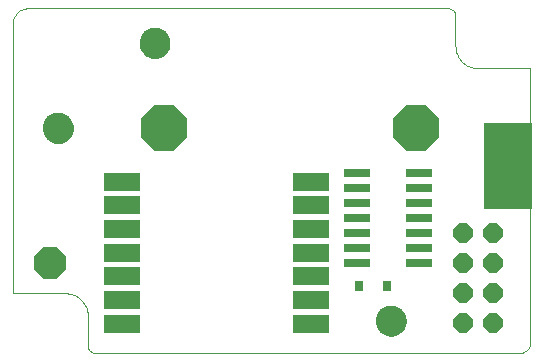
<source format=gbs>
G75*
%MOIN*%
%OFA0B0*%
%FSLAX24Y24*%
%IPPOS*%
%LPD*%
%AMOC8*
5,1,8,0,0,1.08239X$1,22.5*
%
%ADD10C,0.0000*%
%ADD11C,0.1024*%
%ADD12R,0.0910X0.0280*%
%ADD13OC8,0.1540*%
%ADD14R,0.1221X0.0631*%
%ADD15OC8,0.0640*%
%ADD16R,0.0288X0.0367*%
%ADD17OC8,0.1040*%
%ADD18R,0.1340X0.0640*%
%ADD19R,0.1600X0.2900*%
D10*
X002650Y001400D02*
X002648Y001454D01*
X002642Y001507D01*
X002633Y001559D01*
X002620Y001611D01*
X002603Y001662D01*
X002582Y001712D01*
X002558Y001759D01*
X002531Y001805D01*
X002500Y001849D01*
X002467Y001891D01*
X002430Y001930D01*
X002391Y001967D01*
X002349Y002000D01*
X002305Y002031D01*
X002259Y002058D01*
X002212Y002082D01*
X002162Y002103D01*
X002111Y002120D01*
X002059Y002133D01*
X002007Y002142D01*
X001954Y002148D01*
X001900Y002150D01*
X000150Y002150D01*
X000150Y011256D01*
X000150Y011150D02*
X000152Y011194D01*
X000158Y011237D01*
X000167Y011279D01*
X000180Y011321D01*
X000197Y011361D01*
X000217Y011400D01*
X000240Y011437D01*
X000267Y011471D01*
X000296Y011504D01*
X000329Y011533D01*
X000363Y011560D01*
X000400Y011583D01*
X000439Y011603D01*
X000479Y011620D01*
X000521Y011633D01*
X000563Y011642D01*
X000606Y011648D01*
X000650Y011650D01*
X014650Y011650D01*
X014680Y011648D01*
X014710Y011643D01*
X014739Y011634D01*
X014766Y011621D01*
X014792Y011606D01*
X014816Y011587D01*
X014837Y011566D01*
X014856Y011542D01*
X014871Y011516D01*
X014884Y011489D01*
X014893Y011460D01*
X014898Y011430D01*
X014900Y011400D01*
X014900Y010400D01*
X014902Y010346D01*
X014908Y010293D01*
X014917Y010241D01*
X014930Y010189D01*
X014947Y010138D01*
X014968Y010088D01*
X014992Y010041D01*
X015019Y009995D01*
X015050Y009951D01*
X015083Y009909D01*
X015120Y009870D01*
X015159Y009833D01*
X015201Y009800D01*
X015245Y009769D01*
X015291Y009742D01*
X015338Y009718D01*
X015388Y009697D01*
X015439Y009680D01*
X015491Y009667D01*
X015543Y009658D01*
X015596Y009652D01*
X015650Y009650D01*
X017400Y009650D01*
X017400Y000544D01*
X017398Y000505D01*
X017392Y000467D01*
X017383Y000430D01*
X017370Y000393D01*
X017353Y000358D01*
X017334Y000325D01*
X017311Y000294D01*
X017285Y000265D01*
X017256Y000239D01*
X017225Y000216D01*
X017192Y000197D01*
X017157Y000180D01*
X017120Y000167D01*
X017083Y000158D01*
X017045Y000152D01*
X017006Y000150D01*
X017150Y000150D02*
X002900Y000150D01*
X002870Y000152D01*
X002840Y000157D01*
X002811Y000166D01*
X002784Y000179D01*
X002758Y000194D01*
X002734Y000213D01*
X002713Y000234D01*
X002694Y000258D01*
X002679Y000284D01*
X002666Y000311D01*
X002657Y000340D01*
X002652Y000370D01*
X002650Y000400D01*
X002650Y001400D01*
X001158Y007650D02*
X001160Y007694D01*
X001166Y007738D01*
X001176Y007781D01*
X001189Y007823D01*
X001207Y007863D01*
X001228Y007902D01*
X001252Y007939D01*
X001279Y007974D01*
X001310Y008006D01*
X001343Y008035D01*
X001379Y008061D01*
X001417Y008083D01*
X001457Y008102D01*
X001498Y008118D01*
X001541Y008130D01*
X001584Y008138D01*
X001628Y008142D01*
X001672Y008142D01*
X001716Y008138D01*
X001759Y008130D01*
X001802Y008118D01*
X001843Y008102D01*
X001883Y008083D01*
X001921Y008061D01*
X001957Y008035D01*
X001990Y008006D01*
X002021Y007974D01*
X002048Y007939D01*
X002072Y007902D01*
X002093Y007863D01*
X002111Y007823D01*
X002124Y007781D01*
X002134Y007738D01*
X002140Y007694D01*
X002142Y007650D01*
X002140Y007606D01*
X002134Y007562D01*
X002124Y007519D01*
X002111Y007477D01*
X002093Y007437D01*
X002072Y007398D01*
X002048Y007361D01*
X002021Y007326D01*
X001990Y007294D01*
X001957Y007265D01*
X001921Y007239D01*
X001883Y007217D01*
X001843Y007198D01*
X001802Y007182D01*
X001759Y007170D01*
X001716Y007162D01*
X001672Y007158D01*
X001628Y007158D01*
X001584Y007162D01*
X001541Y007170D01*
X001498Y007182D01*
X001457Y007198D01*
X001417Y007217D01*
X001379Y007239D01*
X001343Y007265D01*
X001310Y007294D01*
X001279Y007326D01*
X001252Y007361D01*
X001228Y007398D01*
X001207Y007437D01*
X001189Y007477D01*
X001176Y007519D01*
X001166Y007562D01*
X001160Y007606D01*
X001158Y007650D01*
X004382Y010485D02*
X004384Y010529D01*
X004390Y010573D01*
X004400Y010616D01*
X004413Y010658D01*
X004431Y010698D01*
X004452Y010737D01*
X004476Y010774D01*
X004503Y010809D01*
X004534Y010841D01*
X004567Y010870D01*
X004603Y010896D01*
X004641Y010918D01*
X004681Y010937D01*
X004722Y010953D01*
X004765Y010965D01*
X004808Y010973D01*
X004852Y010977D01*
X004896Y010977D01*
X004940Y010973D01*
X004983Y010965D01*
X005026Y010953D01*
X005067Y010937D01*
X005107Y010918D01*
X005145Y010896D01*
X005181Y010870D01*
X005214Y010841D01*
X005245Y010809D01*
X005272Y010774D01*
X005296Y010737D01*
X005317Y010698D01*
X005335Y010658D01*
X005348Y010616D01*
X005358Y010573D01*
X005364Y010529D01*
X005366Y010485D01*
X005364Y010441D01*
X005358Y010397D01*
X005348Y010354D01*
X005335Y010312D01*
X005317Y010272D01*
X005296Y010233D01*
X005272Y010196D01*
X005245Y010161D01*
X005214Y010129D01*
X005181Y010100D01*
X005145Y010074D01*
X005107Y010052D01*
X005067Y010033D01*
X005026Y010017D01*
X004983Y010005D01*
X004940Y009997D01*
X004896Y009993D01*
X004852Y009993D01*
X004808Y009997D01*
X004765Y010005D01*
X004722Y010017D01*
X004681Y010033D01*
X004641Y010052D01*
X004603Y010074D01*
X004567Y010100D01*
X004534Y010129D01*
X004503Y010161D01*
X004476Y010196D01*
X004452Y010233D01*
X004431Y010272D01*
X004413Y010312D01*
X004400Y010354D01*
X004390Y010397D01*
X004384Y010441D01*
X004382Y010485D01*
X012256Y001233D02*
X012258Y001277D01*
X012264Y001321D01*
X012274Y001364D01*
X012287Y001406D01*
X012305Y001446D01*
X012326Y001485D01*
X012350Y001522D01*
X012377Y001557D01*
X012408Y001589D01*
X012441Y001618D01*
X012477Y001644D01*
X012515Y001666D01*
X012555Y001685D01*
X012596Y001701D01*
X012639Y001713D01*
X012682Y001721D01*
X012726Y001725D01*
X012770Y001725D01*
X012814Y001721D01*
X012857Y001713D01*
X012900Y001701D01*
X012941Y001685D01*
X012981Y001666D01*
X013019Y001644D01*
X013055Y001618D01*
X013088Y001589D01*
X013119Y001557D01*
X013146Y001522D01*
X013170Y001485D01*
X013191Y001446D01*
X013209Y001406D01*
X013222Y001364D01*
X013232Y001321D01*
X013238Y001277D01*
X013240Y001233D01*
X013238Y001189D01*
X013232Y001145D01*
X013222Y001102D01*
X013209Y001060D01*
X013191Y001020D01*
X013170Y000981D01*
X013146Y000944D01*
X013119Y000909D01*
X013088Y000877D01*
X013055Y000848D01*
X013019Y000822D01*
X012981Y000800D01*
X012941Y000781D01*
X012900Y000765D01*
X012857Y000753D01*
X012814Y000745D01*
X012770Y000741D01*
X012726Y000741D01*
X012682Y000745D01*
X012639Y000753D01*
X012596Y000765D01*
X012555Y000781D01*
X012515Y000800D01*
X012477Y000822D01*
X012441Y000848D01*
X012408Y000877D01*
X012377Y000909D01*
X012350Y000944D01*
X012326Y000981D01*
X012305Y001020D01*
X012287Y001060D01*
X012274Y001102D01*
X012264Y001145D01*
X012258Y001189D01*
X012256Y001233D01*
D11*
X012748Y001233D03*
X001650Y007650D03*
X004874Y010485D03*
D12*
X011625Y006150D03*
X011625Y005650D03*
X011625Y005150D03*
X011625Y004650D03*
X011625Y004150D03*
X011625Y003650D03*
X011625Y003150D03*
X013675Y003150D03*
X013675Y003650D03*
X013675Y004150D03*
X013675Y004650D03*
X013675Y005150D03*
X013675Y005650D03*
X013675Y006150D03*
D13*
X013600Y007650D03*
X005200Y007650D03*
D14*
X003788Y005869D03*
X003788Y005081D03*
X003788Y004294D03*
X003788Y003506D03*
X003788Y002719D03*
X003788Y001931D03*
X003788Y001144D03*
X010087Y001144D03*
X010087Y001931D03*
X010087Y002719D03*
X010087Y003506D03*
X010087Y004294D03*
X010087Y005081D03*
X010087Y005869D03*
D15*
X015150Y004150D03*
X016150Y004150D03*
X016150Y003150D03*
X015150Y003150D03*
X015150Y002150D03*
X016150Y002150D03*
X016150Y001150D03*
X015150Y001150D03*
D16*
X012603Y002400D03*
X011697Y002400D03*
D17*
X001400Y003150D03*
D18*
X016650Y005400D03*
X016650Y006400D03*
X016650Y007400D03*
D19*
X016650Y006400D03*
M02*

</source>
